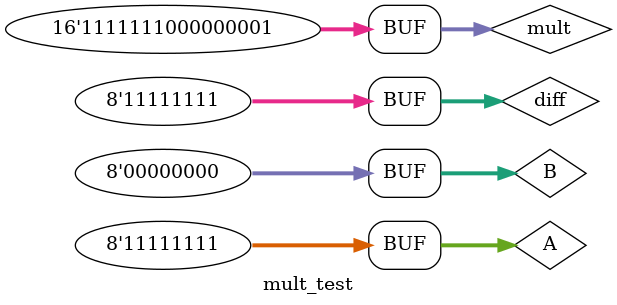
<source format=sv>
`timescale 1ns / 1ps


module mult_test();
  logic [7:0] A, B, diff;
  logic [15:0] mult;

  assign diff = A-B;
  assign mult = diff*diff;

  initial begin
    A = 'd255;
    B = 'd0;
  end
endmodule

</source>
